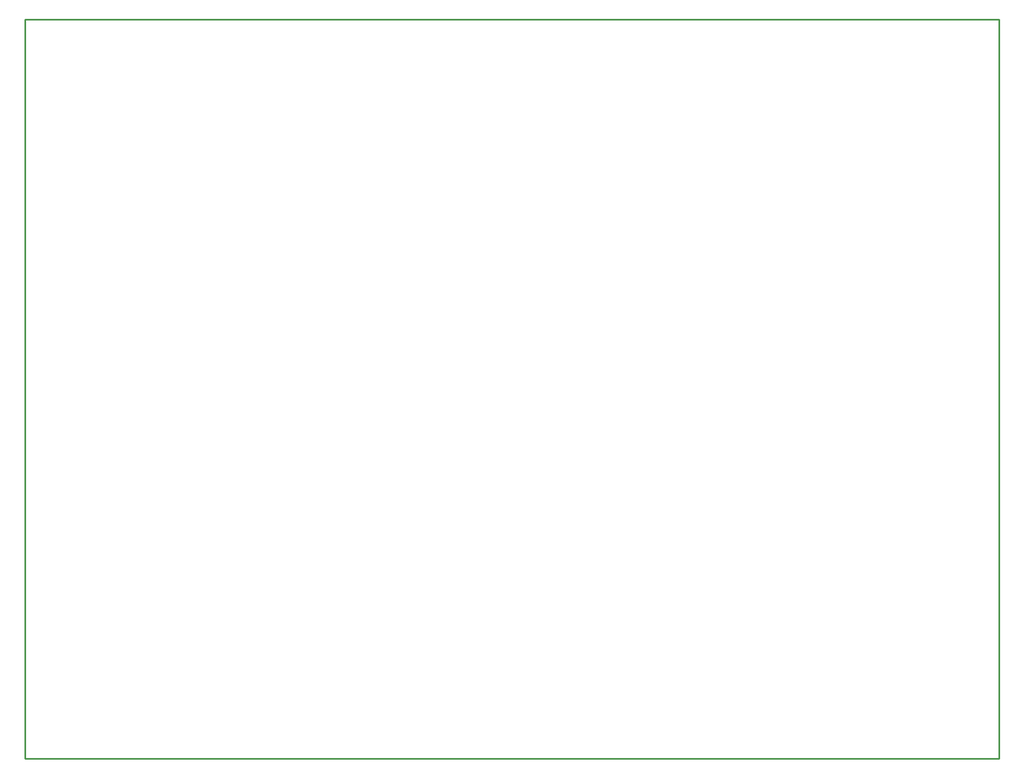
<source format=gm1>
G04*
G04 #@! TF.GenerationSoftware,Altium Limited,Altium Designer,21.2.2 (38)*
G04*
G04 Layer_Color=16711935*
%FSLAX25Y25*%
%MOIN*%
G70*
G04*
G04 #@! TF.SameCoordinates,7CE423D0-DD0A-4659-BC9C-6402AB630EF7*
G04*
G04*
G04 #@! TF.FilePolarity,Positive*
G04*
G01*
G75*
%ADD14C,0.01000*%
D14*
X584400Y444100D02*
X584400Y0D01*
X0D02*
X584400D01*
X0Y444100D02*
X584400D01*
X0Y0D02*
Y444100D01*
M02*

</source>
